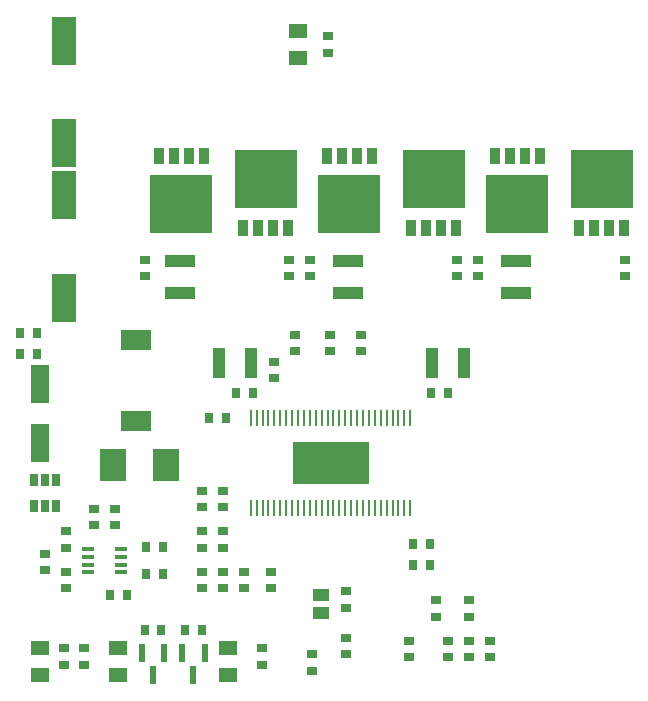
<source format=gtp>
%FSLAX25Y25*%
%MOIN*%
G70*
G01*
G75*
G04 Layer_Color=9021481*
%ADD10R,0.02500X0.04200*%
%ADD11R,0.02362X0.05906*%
%ADD12R,0.08500X0.10799*%
%ADD13R,0.07874X0.16142*%
%ADD14R,0.06299X0.12598*%
%ADD15R,0.20472X0.19685*%
%ADD16R,0.03000X0.05000*%
%ADD17R,0.06000X0.05000*%
%ADD18R,0.10000X0.06500*%
%ADD19R,0.04000X0.01500*%
%ADD20R,0.01100X0.05800*%
%ADD21R,0.25197X0.14173*%
%ADD22R,0.03347X0.03150*%
%ADD23R,0.03150X0.03347*%
%ADD24R,0.05512X0.04331*%
%ADD25R,0.04331X0.10236*%
%ADD26R,0.10236X0.04331*%
%ADD27C,0.01000*%
%ADD28C,0.02000*%
%ADD29C,0.10000*%
%ADD30C,0.06890*%
%ADD31R,0.06890X0.06890*%
%ADD32C,0.02500*%
%ADD33R,0.01000X0.01000*%
%ADD34R,0.07874X0.03937*%
%ADD35R,0.05906X0.13780*%
%ADD36R,0.03937X0.03740*%
%ADD37R,0.01000X0.01000*%
%ADD38R,0.06890X0.04331*%
%ADD39C,0.00984*%
%ADD40C,0.00787*%
%ADD41C,0.00700*%
%ADD42C,0.00600*%
%ADD43C,0.00300*%
%ADD44R,0.02000X0.16400*%
%ADD45R,0.20600X0.19813*%
%ADD46R,0.03300X0.05300*%
D10*
X20700Y65800D02*
D03*
X17000D02*
D03*
X13300D02*
D03*
Y74500D02*
D03*
X17000D02*
D03*
X20700D02*
D03*
D11*
X70240Y16740D02*
D03*
X62760D02*
D03*
X66500Y9260D02*
D03*
X56740Y16740D02*
D03*
X49260D02*
D03*
X53000Y9260D02*
D03*
D12*
X57201Y79500D02*
D03*
X39799D02*
D03*
D13*
X23400Y169326D02*
D03*
Y135074D02*
D03*
Y186574D02*
D03*
Y220826D02*
D03*
D14*
X15500Y86658D02*
D03*
Y106342D02*
D03*
D17*
Y18500D02*
D03*
Y9500D02*
D03*
X78000D02*
D03*
Y18500D02*
D03*
X41500Y9500D02*
D03*
Y18500D02*
D03*
X101500Y215000D02*
D03*
Y224000D02*
D03*
D18*
X47500Y121000D02*
D03*
Y94000D02*
D03*
D19*
X31500Y43660D02*
D03*
Y46220D02*
D03*
Y48780D02*
D03*
Y51340D02*
D03*
X42500D02*
D03*
Y48780D02*
D03*
Y46220D02*
D03*
Y43660D02*
D03*
D20*
X85602Y64992D02*
D03*
X87570D02*
D03*
X89539D02*
D03*
X91509D02*
D03*
X93479D02*
D03*
X95449D02*
D03*
X97419D02*
D03*
X99389D02*
D03*
X101359D02*
D03*
X103329D02*
D03*
X105299D02*
D03*
X107269D02*
D03*
X109239D02*
D03*
X111209D02*
D03*
X113179D02*
D03*
X115149D02*
D03*
X117119D02*
D03*
X119089D02*
D03*
X121059D02*
D03*
X123029D02*
D03*
X124999D02*
D03*
X126969D02*
D03*
X128939D02*
D03*
X130909D02*
D03*
X132879D02*
D03*
X134849D02*
D03*
X136817D02*
D03*
X138786D02*
D03*
Y94992D02*
D03*
X136817D02*
D03*
X134849D02*
D03*
X132879D02*
D03*
X130909D02*
D03*
X128939D02*
D03*
X126969D02*
D03*
X124999D02*
D03*
X123029D02*
D03*
X121059D02*
D03*
X119089D02*
D03*
X117119D02*
D03*
X115149D02*
D03*
X113179D02*
D03*
X111209D02*
D03*
X109239D02*
D03*
X107269D02*
D03*
X105299D02*
D03*
X103329D02*
D03*
X101359D02*
D03*
X99389D02*
D03*
X97419D02*
D03*
X95449D02*
D03*
X93479D02*
D03*
X91509D02*
D03*
X89539D02*
D03*
X87570D02*
D03*
X85602D02*
D03*
D21*
X112499Y80002D02*
D03*
D22*
X89500Y12744D02*
D03*
Y18256D02*
D03*
X30000Y12744D02*
D03*
Y18256D02*
D03*
X92500Y38244D02*
D03*
Y43756D02*
D03*
X117500Y16244D02*
D03*
Y21756D02*
D03*
Y31744D02*
D03*
Y37256D02*
D03*
X100500Y117244D02*
D03*
Y122756D02*
D03*
X112000Y117244D02*
D03*
Y122756D02*
D03*
X122500Y117244D02*
D03*
Y122756D02*
D03*
X93500Y113756D02*
D03*
Y108244D02*
D03*
X69500Y65244D02*
D03*
Y70756D02*
D03*
Y51744D02*
D03*
Y57256D02*
D03*
X76500Y43756D02*
D03*
Y38244D02*
D03*
X69500Y38244D02*
D03*
Y43756D02*
D03*
X106000Y10744D02*
D03*
Y16256D02*
D03*
X83500Y43756D02*
D03*
Y38244D02*
D03*
X76500Y70756D02*
D03*
Y65244D02*
D03*
Y51744D02*
D03*
Y57256D02*
D03*
X147200Y28744D02*
D03*
Y34256D02*
D03*
X158500Y34256D02*
D03*
Y28744D02*
D03*
X165500Y15244D02*
D03*
Y20756D02*
D03*
X138500Y15244D02*
D03*
Y20756D02*
D03*
X151500Y15244D02*
D03*
Y20756D02*
D03*
X158500Y15244D02*
D03*
Y20756D02*
D03*
X111500Y216744D02*
D03*
Y222256D02*
D03*
X23500Y18256D02*
D03*
Y12744D02*
D03*
X50500Y142244D02*
D03*
Y147756D02*
D03*
X105500Y142244D02*
D03*
Y147756D02*
D03*
X161500Y142244D02*
D03*
Y147756D02*
D03*
X98500Y142244D02*
D03*
Y147756D02*
D03*
X154500Y142244D02*
D03*
Y147756D02*
D03*
X210500Y142244D02*
D03*
Y147756D02*
D03*
X17000Y44244D02*
D03*
Y49756D02*
D03*
X33500Y59244D02*
D03*
Y64756D02*
D03*
X24000Y43756D02*
D03*
Y38244D02*
D03*
X40500Y64756D02*
D03*
Y59244D02*
D03*
X24000Y57256D02*
D03*
Y51744D02*
D03*
D23*
X55756Y24500D02*
D03*
X50244D02*
D03*
X69256D02*
D03*
X63744D02*
D03*
X145744Y103500D02*
D03*
X151256D02*
D03*
X86256D02*
D03*
X80744D02*
D03*
X14256Y123500D02*
D03*
X8744D02*
D03*
X14256Y116500D02*
D03*
X8744D02*
D03*
X77256Y95000D02*
D03*
X71744D02*
D03*
X139744Y53000D02*
D03*
X145256D02*
D03*
X139744Y46000D02*
D03*
X145256D02*
D03*
X38744Y36000D02*
D03*
X44256D02*
D03*
X56256Y43000D02*
D03*
X50744D02*
D03*
X56256Y52000D02*
D03*
X50744D02*
D03*
D24*
X109000Y35953D02*
D03*
Y30047D02*
D03*
D25*
X156815Y113500D02*
D03*
X146185D02*
D03*
X75185D02*
D03*
X85815D02*
D03*
D26*
X62000Y136685D02*
D03*
Y147315D02*
D03*
X118000Y136685D02*
D03*
Y147315D02*
D03*
X174000Y136685D02*
D03*
Y147315D02*
D03*
D45*
X202579Y174685D02*
D03*
X62421Y166315D02*
D03*
X118421D02*
D03*
X174421D02*
D03*
X90579Y174685D02*
D03*
X146579D02*
D03*
D46*
X210000Y158500D02*
D03*
X205000D02*
D03*
X200000D02*
D03*
X195000D02*
D03*
X55000Y182500D02*
D03*
X60000D02*
D03*
X65000D02*
D03*
X70000D02*
D03*
X111000D02*
D03*
X116000D02*
D03*
X121000D02*
D03*
X126000D02*
D03*
X167000D02*
D03*
X172000D02*
D03*
X177000D02*
D03*
X182000D02*
D03*
X98000Y158500D02*
D03*
X93000D02*
D03*
X88000D02*
D03*
X83000D02*
D03*
X154000D02*
D03*
X149000D02*
D03*
X144000D02*
D03*
X139000D02*
D03*
M02*

</source>
